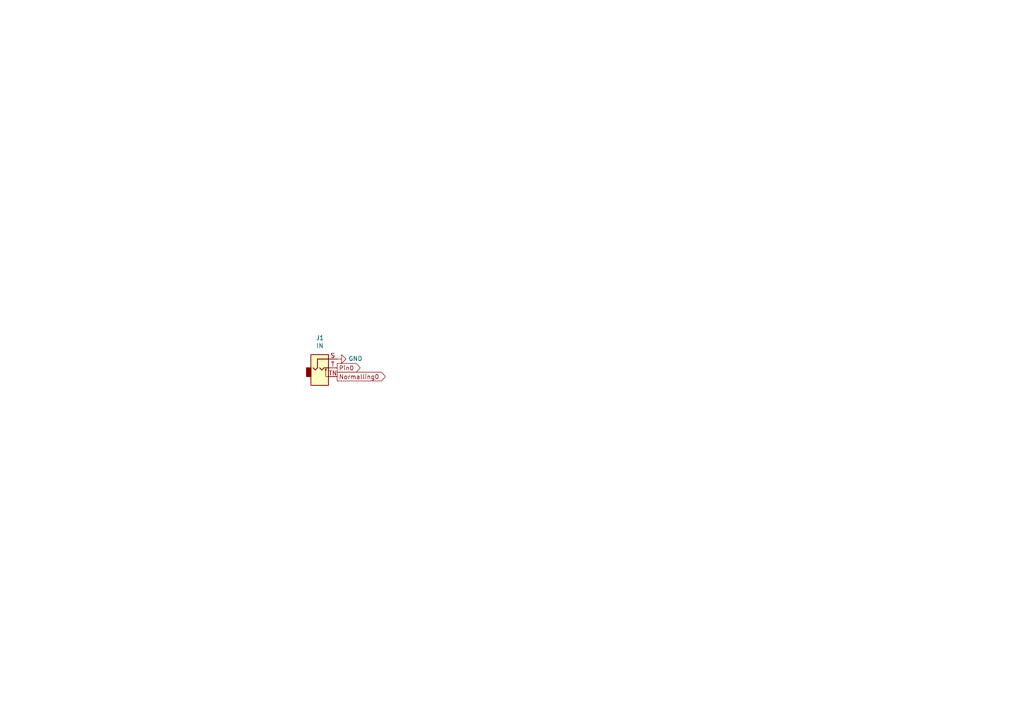
<source format=kicad_sch>
(kicad_sch (version 20211123) (generator eeschema)
  (paper "A4")
  (lib_symbols
    (symbol "Connector:AudioJack2_SwitchT"
      (property "Reference" "J" (at 0 8.89 0))
      (property "Value" "AudioJack2_SwitchT" (at 0 6.35 0))
      (symbol "AudioJack2_SwitchT_0_1"
        (rectangle (start -2.54 0) (end -3.81 -2.54) (stroke (width 0.254)) (fill (type outline)))
        (polyline (pts (xy 1.778 -0.254) (xy 2.032 -0.762)))
        (polyline (pts (xy 0 0) (xy 0.635 -0.635) (xy 1.27 0) (xy 2.54 0)) (stroke (width 0.254)))
        (polyline (pts (xy 2.54 -2.54) (xy 1.778 -2.54) (xy 1.778 -0.254) (xy 1.524 -0.762)))
        (polyline (pts (xy 2.54 2.54) (xy -0.635 2.54) (xy -0.635 0) (xy -1.27 -0.635) (xy -1.905 0)) (stroke (width 0.254)))
        (rectangle (start 2.54 3.81) (end -2.54 -5.08) (stroke (width 0.254)) (fill (type background)))
      )
      (symbol "AudioJack2_SwitchT_1_1"
        (pin passive line (at 5.08 2.54 180) (length 2.54) (name "~") (number "S"))
        (pin passive line (at 5.08 0 180) (length 2.54) (name "~") (number "T"))
        (pin passive line (at 5.08 -2.54 180) (length 2.54) (name "~") (number "TN"))
      )
    )
    (symbol "power:GND" (power) (pin_names (offset 0))
      (property "Value" "GND" (at 0 -3.81 0))
      (symbol "GND_0_1"
        (polyline (pts (xy 0 0) (xy 0 -1.27) (xy 1.27 -1.27) (xy 0 -2.54) (xy -1.27 -1.27) (xy 0 -1.27)))
      )
      (symbol "GND_1_1"
        (pin power_in line (at 0 0 270) (length 0) hide (name "GND") (number "1"))
      )
    )
  )
  (global_label "Normalling0" (shape output) (at 97.79 109.22 0) (property "Intersheet References" "${INTERSHEET_REFS}" (effects hide)))
  (global_label "Pin0" (shape output) (at 97.79 106.68 0) (property "Intersheet References" "${INTERSHEET_REFS}" (effects hide)))
  (symbol (lib_id "Connector:AudioJack2_SwitchT") (at 92.71 106.68 0) (unit 1)
    (property "Reference" "J1" (at 92.8116 97.9932 0))
    (property "Value" "IN" (at 92.8116 100.3046 0))
    (property "Footprint" "Connector_Thonk:ThonkiconnJack" (effects hide))
    (property "Device" "Jack Connector" (effects hide))
    (property "Description" "Thonkiconn – 3.5mm Jack Sockets" (effects hide))
    (property "Place" "No" (effects hide))
    (property "Dist" "Thonk" (effects hide))
    (property "DistPartNumber" "PJ398SM" (effects hide))
    (property "DistLink" "https://www.thonk.co.uk/shop/thonkiconn/" (effects hide))
  )
  (symbol (lib_id "power:GND") (at 97.79 104.14 90) (unit 1)
    (property "Reference" "#PWR0101" (effects hide))
    (property "Value" "GND" (at 101.0412 104.013 90) (effects (justify right)))
  )
)
</source>
